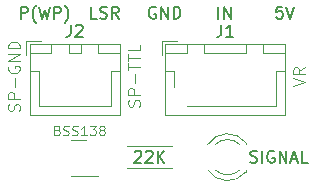
<source format=gbr>
%TF.GenerationSoftware,KiCad,Pcbnew,8.0.1*%
%TF.CreationDate,2024-05-01T10:03:54+09:00*%
%TF.ProjectId,LaserControlConnector,4c617365-7243-46f6-9e74-726f6c436f6e,rev?*%
%TF.SameCoordinates,Original*%
%TF.FileFunction,Legend,Top*%
%TF.FilePolarity,Positive*%
%FSLAX46Y46*%
G04 Gerber Fmt 4.6, Leading zero omitted, Abs format (unit mm)*
G04 Created by KiCad (PCBNEW 8.0.1) date 2024-05-01 10:03:54*
%MOMM*%
%LPD*%
G01*
G04 APERTURE LIST*
%ADD10C,0.150000*%
%ADD11C,0.100000*%
%ADD12C,0.120000*%
G04 APERTURE END LIST*
D10*
X152209523Y-83274819D02*
X151733333Y-83274819D01*
X151733333Y-83274819D02*
X151685714Y-83751009D01*
X151685714Y-83751009D02*
X151733333Y-83703390D01*
X151733333Y-83703390D02*
X151828571Y-83655771D01*
X151828571Y-83655771D02*
X152066666Y-83655771D01*
X152066666Y-83655771D02*
X152161904Y-83703390D01*
X152161904Y-83703390D02*
X152209523Y-83751009D01*
X152209523Y-83751009D02*
X152257142Y-83846247D01*
X152257142Y-83846247D02*
X152257142Y-84084342D01*
X152257142Y-84084342D02*
X152209523Y-84179580D01*
X152209523Y-84179580D02*
X152161904Y-84227200D01*
X152161904Y-84227200D02*
X152066666Y-84274819D01*
X152066666Y-84274819D02*
X151828571Y-84274819D01*
X151828571Y-84274819D02*
X151733333Y-84227200D01*
X151733333Y-84227200D02*
X151685714Y-84179580D01*
X152542857Y-83274819D02*
X152876190Y-84274819D01*
X152876190Y-84274819D02*
X153209523Y-83274819D01*
D11*
X140109800Y-91725428D02*
X140157419Y-91582571D01*
X140157419Y-91582571D02*
X140157419Y-91344476D01*
X140157419Y-91344476D02*
X140109800Y-91249238D01*
X140109800Y-91249238D02*
X140062180Y-91201619D01*
X140062180Y-91201619D02*
X139966942Y-91154000D01*
X139966942Y-91154000D02*
X139871704Y-91154000D01*
X139871704Y-91154000D02*
X139776466Y-91201619D01*
X139776466Y-91201619D02*
X139728847Y-91249238D01*
X139728847Y-91249238D02*
X139681228Y-91344476D01*
X139681228Y-91344476D02*
X139633609Y-91534952D01*
X139633609Y-91534952D02*
X139585990Y-91630190D01*
X139585990Y-91630190D02*
X139538371Y-91677809D01*
X139538371Y-91677809D02*
X139443133Y-91725428D01*
X139443133Y-91725428D02*
X139347895Y-91725428D01*
X139347895Y-91725428D02*
X139252657Y-91677809D01*
X139252657Y-91677809D02*
X139205038Y-91630190D01*
X139205038Y-91630190D02*
X139157419Y-91534952D01*
X139157419Y-91534952D02*
X139157419Y-91296857D01*
X139157419Y-91296857D02*
X139205038Y-91154000D01*
X140157419Y-90725428D02*
X139157419Y-90725428D01*
X139157419Y-90725428D02*
X139157419Y-90344476D01*
X139157419Y-90344476D02*
X139205038Y-90249238D01*
X139205038Y-90249238D02*
X139252657Y-90201619D01*
X139252657Y-90201619D02*
X139347895Y-90154000D01*
X139347895Y-90154000D02*
X139490752Y-90154000D01*
X139490752Y-90154000D02*
X139585990Y-90201619D01*
X139585990Y-90201619D02*
X139633609Y-90249238D01*
X139633609Y-90249238D02*
X139681228Y-90344476D01*
X139681228Y-90344476D02*
X139681228Y-90725428D01*
X139776466Y-89725428D02*
X139776466Y-88963524D01*
X139157419Y-88630190D02*
X139157419Y-88058762D01*
X140157419Y-88344476D02*
X139157419Y-88344476D01*
X139157419Y-87868285D02*
X139157419Y-87296857D01*
X140157419Y-87582571D02*
X139157419Y-87582571D01*
X140157419Y-86487333D02*
X140157419Y-86963523D01*
X140157419Y-86963523D02*
X139157419Y-86963523D01*
D10*
X146796191Y-84274819D02*
X146796191Y-83274819D01*
X147272381Y-84274819D02*
X147272381Y-83274819D01*
X147272381Y-83274819D02*
X147843809Y-84274819D01*
X147843809Y-84274819D02*
X147843809Y-83274819D01*
X141478095Y-83322438D02*
X141382857Y-83274819D01*
X141382857Y-83274819D02*
X141240000Y-83274819D01*
X141240000Y-83274819D02*
X141097143Y-83322438D01*
X141097143Y-83322438D02*
X141001905Y-83417676D01*
X141001905Y-83417676D02*
X140954286Y-83512914D01*
X140954286Y-83512914D02*
X140906667Y-83703390D01*
X140906667Y-83703390D02*
X140906667Y-83846247D01*
X140906667Y-83846247D02*
X140954286Y-84036723D01*
X140954286Y-84036723D02*
X141001905Y-84131961D01*
X141001905Y-84131961D02*
X141097143Y-84227200D01*
X141097143Y-84227200D02*
X141240000Y-84274819D01*
X141240000Y-84274819D02*
X141335238Y-84274819D01*
X141335238Y-84274819D02*
X141478095Y-84227200D01*
X141478095Y-84227200D02*
X141525714Y-84179580D01*
X141525714Y-84179580D02*
X141525714Y-83846247D01*
X141525714Y-83846247D02*
X141335238Y-83846247D01*
X141954286Y-84274819D02*
X141954286Y-83274819D01*
X141954286Y-83274819D02*
X142525714Y-84274819D01*
X142525714Y-84274819D02*
X142525714Y-83274819D01*
X143001905Y-84274819D02*
X143001905Y-83274819D01*
X143001905Y-83274819D02*
X143240000Y-83274819D01*
X143240000Y-83274819D02*
X143382857Y-83322438D01*
X143382857Y-83322438D02*
X143478095Y-83417676D01*
X143478095Y-83417676D02*
X143525714Y-83512914D01*
X143525714Y-83512914D02*
X143573333Y-83703390D01*
X143573333Y-83703390D02*
X143573333Y-83846247D01*
X143573333Y-83846247D02*
X143525714Y-84036723D01*
X143525714Y-84036723D02*
X143478095Y-84131961D01*
X143478095Y-84131961D02*
X143382857Y-84227200D01*
X143382857Y-84227200D02*
X143240000Y-84274819D01*
X143240000Y-84274819D02*
X143001905Y-84274819D01*
D11*
X129949800Y-92082570D02*
X129997419Y-91939713D01*
X129997419Y-91939713D02*
X129997419Y-91701618D01*
X129997419Y-91701618D02*
X129949800Y-91606380D01*
X129949800Y-91606380D02*
X129902180Y-91558761D01*
X129902180Y-91558761D02*
X129806942Y-91511142D01*
X129806942Y-91511142D02*
X129711704Y-91511142D01*
X129711704Y-91511142D02*
X129616466Y-91558761D01*
X129616466Y-91558761D02*
X129568847Y-91606380D01*
X129568847Y-91606380D02*
X129521228Y-91701618D01*
X129521228Y-91701618D02*
X129473609Y-91892094D01*
X129473609Y-91892094D02*
X129425990Y-91987332D01*
X129425990Y-91987332D02*
X129378371Y-92034951D01*
X129378371Y-92034951D02*
X129283133Y-92082570D01*
X129283133Y-92082570D02*
X129187895Y-92082570D01*
X129187895Y-92082570D02*
X129092657Y-92034951D01*
X129092657Y-92034951D02*
X129045038Y-91987332D01*
X129045038Y-91987332D02*
X128997419Y-91892094D01*
X128997419Y-91892094D02*
X128997419Y-91653999D01*
X128997419Y-91653999D02*
X129045038Y-91511142D01*
X129997419Y-91082570D02*
X128997419Y-91082570D01*
X128997419Y-91082570D02*
X128997419Y-90701618D01*
X128997419Y-90701618D02*
X129045038Y-90606380D01*
X129045038Y-90606380D02*
X129092657Y-90558761D01*
X129092657Y-90558761D02*
X129187895Y-90511142D01*
X129187895Y-90511142D02*
X129330752Y-90511142D01*
X129330752Y-90511142D02*
X129425990Y-90558761D01*
X129425990Y-90558761D02*
X129473609Y-90606380D01*
X129473609Y-90606380D02*
X129521228Y-90701618D01*
X129521228Y-90701618D02*
X129521228Y-91082570D01*
X129616466Y-90082570D02*
X129616466Y-89320666D01*
X129045038Y-88320666D02*
X128997419Y-88415904D01*
X128997419Y-88415904D02*
X128997419Y-88558761D01*
X128997419Y-88558761D02*
X129045038Y-88701618D01*
X129045038Y-88701618D02*
X129140276Y-88796856D01*
X129140276Y-88796856D02*
X129235514Y-88844475D01*
X129235514Y-88844475D02*
X129425990Y-88892094D01*
X129425990Y-88892094D02*
X129568847Y-88892094D01*
X129568847Y-88892094D02*
X129759323Y-88844475D01*
X129759323Y-88844475D02*
X129854561Y-88796856D01*
X129854561Y-88796856D02*
X129949800Y-88701618D01*
X129949800Y-88701618D02*
X129997419Y-88558761D01*
X129997419Y-88558761D02*
X129997419Y-88463523D01*
X129997419Y-88463523D02*
X129949800Y-88320666D01*
X129949800Y-88320666D02*
X129902180Y-88273047D01*
X129902180Y-88273047D02*
X129568847Y-88273047D01*
X129568847Y-88273047D02*
X129568847Y-88463523D01*
X129997419Y-87844475D02*
X128997419Y-87844475D01*
X128997419Y-87844475D02*
X129997419Y-87273047D01*
X129997419Y-87273047D02*
X128997419Y-87273047D01*
X129997419Y-86796856D02*
X128997419Y-86796856D01*
X128997419Y-86796856D02*
X128997419Y-86558761D01*
X128997419Y-86558761D02*
X129045038Y-86415904D01*
X129045038Y-86415904D02*
X129140276Y-86320666D01*
X129140276Y-86320666D02*
X129235514Y-86273047D01*
X129235514Y-86273047D02*
X129425990Y-86225428D01*
X129425990Y-86225428D02*
X129568847Y-86225428D01*
X129568847Y-86225428D02*
X129759323Y-86273047D01*
X129759323Y-86273047D02*
X129854561Y-86320666D01*
X129854561Y-86320666D02*
X129949800Y-86415904D01*
X129949800Y-86415904D02*
X129997419Y-86558761D01*
X129997419Y-86558761D02*
X129997419Y-86796856D01*
X153127419Y-89987332D02*
X154127419Y-89653999D01*
X154127419Y-89653999D02*
X153127419Y-89320666D01*
X154127419Y-88415904D02*
X153651228Y-88749237D01*
X154127419Y-88987332D02*
X153127419Y-88987332D01*
X153127419Y-88987332D02*
X153127419Y-88606380D01*
X153127419Y-88606380D02*
X153175038Y-88511142D01*
X153175038Y-88511142D02*
X153222657Y-88463523D01*
X153222657Y-88463523D02*
X153317895Y-88415904D01*
X153317895Y-88415904D02*
X153460752Y-88415904D01*
X153460752Y-88415904D02*
X153555990Y-88463523D01*
X153555990Y-88463523D02*
X153603609Y-88511142D01*
X153603609Y-88511142D02*
X153651228Y-88606380D01*
X153651228Y-88606380D02*
X153651228Y-88987332D01*
D10*
X130080000Y-84274819D02*
X130080000Y-83274819D01*
X130080000Y-83274819D02*
X130460952Y-83274819D01*
X130460952Y-83274819D02*
X130556190Y-83322438D01*
X130556190Y-83322438D02*
X130603809Y-83370057D01*
X130603809Y-83370057D02*
X130651428Y-83465295D01*
X130651428Y-83465295D02*
X130651428Y-83608152D01*
X130651428Y-83608152D02*
X130603809Y-83703390D01*
X130603809Y-83703390D02*
X130556190Y-83751009D01*
X130556190Y-83751009D02*
X130460952Y-83798628D01*
X130460952Y-83798628D02*
X130080000Y-83798628D01*
X131365714Y-84655771D02*
X131318095Y-84608152D01*
X131318095Y-84608152D02*
X131222857Y-84465295D01*
X131222857Y-84465295D02*
X131175238Y-84370057D01*
X131175238Y-84370057D02*
X131127619Y-84227200D01*
X131127619Y-84227200D02*
X131080000Y-83989104D01*
X131080000Y-83989104D02*
X131080000Y-83798628D01*
X131080000Y-83798628D02*
X131127619Y-83560533D01*
X131127619Y-83560533D02*
X131175238Y-83417676D01*
X131175238Y-83417676D02*
X131222857Y-83322438D01*
X131222857Y-83322438D02*
X131318095Y-83179580D01*
X131318095Y-83179580D02*
X131365714Y-83131961D01*
X131651429Y-83274819D02*
X131889524Y-84274819D01*
X131889524Y-84274819D02*
X132080000Y-83560533D01*
X132080000Y-83560533D02*
X132270476Y-84274819D01*
X132270476Y-84274819D02*
X132508572Y-83274819D01*
X132889524Y-84274819D02*
X132889524Y-83274819D01*
X132889524Y-83274819D02*
X133270476Y-83274819D01*
X133270476Y-83274819D02*
X133365714Y-83322438D01*
X133365714Y-83322438D02*
X133413333Y-83370057D01*
X133413333Y-83370057D02*
X133460952Y-83465295D01*
X133460952Y-83465295D02*
X133460952Y-83608152D01*
X133460952Y-83608152D02*
X133413333Y-83703390D01*
X133413333Y-83703390D02*
X133365714Y-83751009D01*
X133365714Y-83751009D02*
X133270476Y-83798628D01*
X133270476Y-83798628D02*
X132889524Y-83798628D01*
X133794286Y-84655771D02*
X133841905Y-84608152D01*
X133841905Y-84608152D02*
X133937143Y-84465295D01*
X133937143Y-84465295D02*
X133984762Y-84370057D01*
X133984762Y-84370057D02*
X134032381Y-84227200D01*
X134032381Y-84227200D02*
X134080000Y-83989104D01*
X134080000Y-83989104D02*
X134080000Y-83798628D01*
X134080000Y-83798628D02*
X134032381Y-83560533D01*
X134032381Y-83560533D02*
X133984762Y-83417676D01*
X133984762Y-83417676D02*
X133937143Y-83322438D01*
X133937143Y-83322438D02*
X133841905Y-83179580D01*
X133841905Y-83179580D02*
X133794286Y-83131961D01*
X136493333Y-84274819D02*
X136017143Y-84274819D01*
X136017143Y-84274819D02*
X136017143Y-83274819D01*
X136779048Y-84227200D02*
X136921905Y-84274819D01*
X136921905Y-84274819D02*
X137160000Y-84274819D01*
X137160000Y-84274819D02*
X137255238Y-84227200D01*
X137255238Y-84227200D02*
X137302857Y-84179580D01*
X137302857Y-84179580D02*
X137350476Y-84084342D01*
X137350476Y-84084342D02*
X137350476Y-83989104D01*
X137350476Y-83989104D02*
X137302857Y-83893866D01*
X137302857Y-83893866D02*
X137255238Y-83846247D01*
X137255238Y-83846247D02*
X137160000Y-83798628D01*
X137160000Y-83798628D02*
X136969524Y-83751009D01*
X136969524Y-83751009D02*
X136874286Y-83703390D01*
X136874286Y-83703390D02*
X136826667Y-83655771D01*
X136826667Y-83655771D02*
X136779048Y-83560533D01*
X136779048Y-83560533D02*
X136779048Y-83465295D01*
X136779048Y-83465295D02*
X136826667Y-83370057D01*
X136826667Y-83370057D02*
X136874286Y-83322438D01*
X136874286Y-83322438D02*
X136969524Y-83274819D01*
X136969524Y-83274819D02*
X137207619Y-83274819D01*
X137207619Y-83274819D02*
X137350476Y-83322438D01*
X138350476Y-84274819D02*
X138017143Y-83798628D01*
X137779048Y-84274819D02*
X137779048Y-83274819D01*
X137779048Y-83274819D02*
X138160000Y-83274819D01*
X138160000Y-83274819D02*
X138255238Y-83322438D01*
X138255238Y-83322438D02*
X138302857Y-83370057D01*
X138302857Y-83370057D02*
X138350476Y-83465295D01*
X138350476Y-83465295D02*
X138350476Y-83608152D01*
X138350476Y-83608152D02*
X138302857Y-83703390D01*
X138302857Y-83703390D02*
X138255238Y-83751009D01*
X138255238Y-83751009D02*
X138160000Y-83798628D01*
X138160000Y-83798628D02*
X137779048Y-83798628D01*
D11*
X133189431Y-93737847D02*
X133303717Y-93775942D01*
X133303717Y-93775942D02*
X133341812Y-93814038D01*
X133341812Y-93814038D02*
X133379908Y-93890228D01*
X133379908Y-93890228D02*
X133379908Y-94004514D01*
X133379908Y-94004514D02*
X133341812Y-94080704D01*
X133341812Y-94080704D02*
X133303717Y-94118800D01*
X133303717Y-94118800D02*
X133227527Y-94156895D01*
X133227527Y-94156895D02*
X132922765Y-94156895D01*
X132922765Y-94156895D02*
X132922765Y-93356895D01*
X132922765Y-93356895D02*
X133189431Y-93356895D01*
X133189431Y-93356895D02*
X133265622Y-93394990D01*
X133265622Y-93394990D02*
X133303717Y-93433085D01*
X133303717Y-93433085D02*
X133341812Y-93509276D01*
X133341812Y-93509276D02*
X133341812Y-93585466D01*
X133341812Y-93585466D02*
X133303717Y-93661657D01*
X133303717Y-93661657D02*
X133265622Y-93699752D01*
X133265622Y-93699752D02*
X133189431Y-93737847D01*
X133189431Y-93737847D02*
X132922765Y-93737847D01*
X133684669Y-94118800D02*
X133798955Y-94156895D01*
X133798955Y-94156895D02*
X133989431Y-94156895D01*
X133989431Y-94156895D02*
X134065622Y-94118800D01*
X134065622Y-94118800D02*
X134103717Y-94080704D01*
X134103717Y-94080704D02*
X134141812Y-94004514D01*
X134141812Y-94004514D02*
X134141812Y-93928323D01*
X134141812Y-93928323D02*
X134103717Y-93852133D01*
X134103717Y-93852133D02*
X134065622Y-93814038D01*
X134065622Y-93814038D02*
X133989431Y-93775942D01*
X133989431Y-93775942D02*
X133837050Y-93737847D01*
X133837050Y-93737847D02*
X133760860Y-93699752D01*
X133760860Y-93699752D02*
X133722765Y-93661657D01*
X133722765Y-93661657D02*
X133684669Y-93585466D01*
X133684669Y-93585466D02*
X133684669Y-93509276D01*
X133684669Y-93509276D02*
X133722765Y-93433085D01*
X133722765Y-93433085D02*
X133760860Y-93394990D01*
X133760860Y-93394990D02*
X133837050Y-93356895D01*
X133837050Y-93356895D02*
X134027527Y-93356895D01*
X134027527Y-93356895D02*
X134141812Y-93394990D01*
X134446574Y-94118800D02*
X134560860Y-94156895D01*
X134560860Y-94156895D02*
X134751336Y-94156895D01*
X134751336Y-94156895D02*
X134827527Y-94118800D01*
X134827527Y-94118800D02*
X134865622Y-94080704D01*
X134865622Y-94080704D02*
X134903717Y-94004514D01*
X134903717Y-94004514D02*
X134903717Y-93928323D01*
X134903717Y-93928323D02*
X134865622Y-93852133D01*
X134865622Y-93852133D02*
X134827527Y-93814038D01*
X134827527Y-93814038D02*
X134751336Y-93775942D01*
X134751336Y-93775942D02*
X134598955Y-93737847D01*
X134598955Y-93737847D02*
X134522765Y-93699752D01*
X134522765Y-93699752D02*
X134484670Y-93661657D01*
X134484670Y-93661657D02*
X134446574Y-93585466D01*
X134446574Y-93585466D02*
X134446574Y-93509276D01*
X134446574Y-93509276D02*
X134484670Y-93433085D01*
X134484670Y-93433085D02*
X134522765Y-93394990D01*
X134522765Y-93394990D02*
X134598955Y-93356895D01*
X134598955Y-93356895D02*
X134789432Y-93356895D01*
X134789432Y-93356895D02*
X134903717Y-93394990D01*
X135665622Y-94156895D02*
X135208479Y-94156895D01*
X135437051Y-94156895D02*
X135437051Y-93356895D01*
X135437051Y-93356895D02*
X135360860Y-93471180D01*
X135360860Y-93471180D02*
X135284670Y-93547371D01*
X135284670Y-93547371D02*
X135208479Y-93585466D01*
X135932289Y-93356895D02*
X136427527Y-93356895D01*
X136427527Y-93356895D02*
X136160861Y-93661657D01*
X136160861Y-93661657D02*
X136275146Y-93661657D01*
X136275146Y-93661657D02*
X136351337Y-93699752D01*
X136351337Y-93699752D02*
X136389432Y-93737847D01*
X136389432Y-93737847D02*
X136427527Y-93814038D01*
X136427527Y-93814038D02*
X136427527Y-94004514D01*
X136427527Y-94004514D02*
X136389432Y-94080704D01*
X136389432Y-94080704D02*
X136351337Y-94118800D01*
X136351337Y-94118800D02*
X136275146Y-94156895D01*
X136275146Y-94156895D02*
X136046575Y-94156895D01*
X136046575Y-94156895D02*
X135970384Y-94118800D01*
X135970384Y-94118800D02*
X135932289Y-94080704D01*
X136884670Y-93699752D02*
X136808480Y-93661657D01*
X136808480Y-93661657D02*
X136770385Y-93623561D01*
X136770385Y-93623561D02*
X136732289Y-93547371D01*
X136732289Y-93547371D02*
X136732289Y-93509276D01*
X136732289Y-93509276D02*
X136770385Y-93433085D01*
X136770385Y-93433085D02*
X136808480Y-93394990D01*
X136808480Y-93394990D02*
X136884670Y-93356895D01*
X136884670Y-93356895D02*
X137037051Y-93356895D01*
X137037051Y-93356895D02*
X137113242Y-93394990D01*
X137113242Y-93394990D02*
X137151337Y-93433085D01*
X137151337Y-93433085D02*
X137189432Y-93509276D01*
X137189432Y-93509276D02*
X137189432Y-93547371D01*
X137189432Y-93547371D02*
X137151337Y-93623561D01*
X137151337Y-93623561D02*
X137113242Y-93661657D01*
X137113242Y-93661657D02*
X137037051Y-93699752D01*
X137037051Y-93699752D02*
X136884670Y-93699752D01*
X136884670Y-93699752D02*
X136808480Y-93737847D01*
X136808480Y-93737847D02*
X136770385Y-93775942D01*
X136770385Y-93775942D02*
X136732289Y-93852133D01*
X136732289Y-93852133D02*
X136732289Y-94004514D01*
X136732289Y-94004514D02*
X136770385Y-94080704D01*
X136770385Y-94080704D02*
X136808480Y-94118800D01*
X136808480Y-94118800D02*
X136884670Y-94156895D01*
X136884670Y-94156895D02*
X137037051Y-94156895D01*
X137037051Y-94156895D02*
X137113242Y-94118800D01*
X137113242Y-94118800D02*
X137151337Y-94080704D01*
X137151337Y-94080704D02*
X137189432Y-94004514D01*
X137189432Y-94004514D02*
X137189432Y-93852133D01*
X137189432Y-93852133D02*
X137151337Y-93775942D01*
X137151337Y-93775942D02*
X137113242Y-93737847D01*
X137113242Y-93737847D02*
X137037051Y-93699752D01*
D10*
X134306666Y-84804819D02*
X134306666Y-85519104D01*
X134306666Y-85519104D02*
X134259047Y-85661961D01*
X134259047Y-85661961D02*
X134163809Y-85757200D01*
X134163809Y-85757200D02*
X134020952Y-85804819D01*
X134020952Y-85804819D02*
X133925714Y-85804819D01*
X134735238Y-84900057D02*
X134782857Y-84852438D01*
X134782857Y-84852438D02*
X134878095Y-84804819D01*
X134878095Y-84804819D02*
X135116190Y-84804819D01*
X135116190Y-84804819D02*
X135211428Y-84852438D01*
X135211428Y-84852438D02*
X135259047Y-84900057D01*
X135259047Y-84900057D02*
X135306666Y-84995295D01*
X135306666Y-84995295D02*
X135306666Y-85090533D01*
X135306666Y-85090533D02*
X135259047Y-85233390D01*
X135259047Y-85233390D02*
X134687619Y-85804819D01*
X134687619Y-85804819D02*
X135306666Y-85804819D01*
X139708095Y-95562057D02*
X139755714Y-95514438D01*
X139755714Y-95514438D02*
X139850952Y-95466819D01*
X139850952Y-95466819D02*
X140089047Y-95466819D01*
X140089047Y-95466819D02*
X140184285Y-95514438D01*
X140184285Y-95514438D02*
X140231904Y-95562057D01*
X140231904Y-95562057D02*
X140279523Y-95657295D01*
X140279523Y-95657295D02*
X140279523Y-95752533D01*
X140279523Y-95752533D02*
X140231904Y-95895390D01*
X140231904Y-95895390D02*
X139660476Y-96466819D01*
X139660476Y-96466819D02*
X140279523Y-96466819D01*
X140660476Y-95562057D02*
X140708095Y-95514438D01*
X140708095Y-95514438D02*
X140803333Y-95466819D01*
X140803333Y-95466819D02*
X141041428Y-95466819D01*
X141041428Y-95466819D02*
X141136666Y-95514438D01*
X141136666Y-95514438D02*
X141184285Y-95562057D01*
X141184285Y-95562057D02*
X141231904Y-95657295D01*
X141231904Y-95657295D02*
X141231904Y-95752533D01*
X141231904Y-95752533D02*
X141184285Y-95895390D01*
X141184285Y-95895390D02*
X140612857Y-96466819D01*
X140612857Y-96466819D02*
X141231904Y-96466819D01*
X141660476Y-96466819D02*
X141660476Y-95466819D01*
X142231904Y-96466819D02*
X141803333Y-95895390D01*
X142231904Y-95466819D02*
X141660476Y-96038247D01*
X147026666Y-84804819D02*
X147026666Y-85519104D01*
X147026666Y-85519104D02*
X146979047Y-85661961D01*
X146979047Y-85661961D02*
X146883809Y-85757200D01*
X146883809Y-85757200D02*
X146740952Y-85804819D01*
X146740952Y-85804819D02*
X146645714Y-85804819D01*
X148026666Y-85804819D02*
X147455238Y-85804819D01*
X147740952Y-85804819D02*
X147740952Y-84804819D01*
X147740952Y-84804819D02*
X147645714Y-84947676D01*
X147645714Y-84947676D02*
X147550476Y-85042914D01*
X147550476Y-85042914D02*
X147455238Y-85090533D01*
X149511048Y-96419200D02*
X149653905Y-96466819D01*
X149653905Y-96466819D02*
X149892000Y-96466819D01*
X149892000Y-96466819D02*
X149987238Y-96419200D01*
X149987238Y-96419200D02*
X150034857Y-96371580D01*
X150034857Y-96371580D02*
X150082476Y-96276342D01*
X150082476Y-96276342D02*
X150082476Y-96181104D01*
X150082476Y-96181104D02*
X150034857Y-96085866D01*
X150034857Y-96085866D02*
X149987238Y-96038247D01*
X149987238Y-96038247D02*
X149892000Y-95990628D01*
X149892000Y-95990628D02*
X149701524Y-95943009D01*
X149701524Y-95943009D02*
X149606286Y-95895390D01*
X149606286Y-95895390D02*
X149558667Y-95847771D01*
X149558667Y-95847771D02*
X149511048Y-95752533D01*
X149511048Y-95752533D02*
X149511048Y-95657295D01*
X149511048Y-95657295D02*
X149558667Y-95562057D01*
X149558667Y-95562057D02*
X149606286Y-95514438D01*
X149606286Y-95514438D02*
X149701524Y-95466819D01*
X149701524Y-95466819D02*
X149939619Y-95466819D01*
X149939619Y-95466819D02*
X150082476Y-95514438D01*
X150511048Y-96466819D02*
X150511048Y-95466819D01*
X151511047Y-95514438D02*
X151415809Y-95466819D01*
X151415809Y-95466819D02*
X151272952Y-95466819D01*
X151272952Y-95466819D02*
X151130095Y-95514438D01*
X151130095Y-95514438D02*
X151034857Y-95609676D01*
X151034857Y-95609676D02*
X150987238Y-95704914D01*
X150987238Y-95704914D02*
X150939619Y-95895390D01*
X150939619Y-95895390D02*
X150939619Y-96038247D01*
X150939619Y-96038247D02*
X150987238Y-96228723D01*
X150987238Y-96228723D02*
X151034857Y-96323961D01*
X151034857Y-96323961D02*
X151130095Y-96419200D01*
X151130095Y-96419200D02*
X151272952Y-96466819D01*
X151272952Y-96466819D02*
X151368190Y-96466819D01*
X151368190Y-96466819D02*
X151511047Y-96419200D01*
X151511047Y-96419200D02*
X151558666Y-96371580D01*
X151558666Y-96371580D02*
X151558666Y-96038247D01*
X151558666Y-96038247D02*
X151368190Y-96038247D01*
X151987238Y-96466819D02*
X151987238Y-95466819D01*
X151987238Y-95466819D02*
X152558666Y-96466819D01*
X152558666Y-96466819D02*
X152558666Y-95466819D01*
X152987238Y-96181104D02*
X153463428Y-96181104D01*
X152892000Y-96466819D02*
X153225333Y-95466819D01*
X153225333Y-95466819D02*
X153558666Y-96466819D01*
X154368190Y-96466819D02*
X153892000Y-96466819D01*
X153892000Y-96466819D02*
X153892000Y-95466819D01*
D12*
%TO.C,Q2*%
X134952500Y-94518000D02*
X134302500Y-94518000D01*
X134952500Y-94518000D02*
X135602500Y-94518000D01*
X134952500Y-97638000D02*
X134302500Y-97638000D01*
X134952500Y-97638000D02*
X136627500Y-97638000D01*
%TO.C,J2*%
X130540000Y-86150000D02*
X130540000Y-87400000D01*
X130830000Y-86440000D02*
X130830000Y-92410000D01*
X130830000Y-92410000D02*
X138450000Y-92410000D01*
X130840000Y-86450000D02*
X130840000Y-87200000D01*
X130840000Y-87200000D02*
X132640000Y-87200000D01*
X130840000Y-88700000D02*
X131590000Y-88700000D01*
X131590000Y-88700000D02*
X131590000Y-91650000D01*
X131590000Y-91650000D02*
X134640000Y-91650000D01*
X131790000Y-86150000D02*
X130540000Y-86150000D01*
X132640000Y-86450000D02*
X130840000Y-86450000D01*
X132640000Y-87200000D02*
X132640000Y-86450000D01*
X134140000Y-86450000D02*
X134140000Y-87200000D01*
X134140000Y-87200000D02*
X135140000Y-87200000D01*
X135140000Y-86450000D02*
X134140000Y-86450000D01*
X135140000Y-87200000D02*
X135140000Y-86450000D01*
X136640000Y-86450000D02*
X136640000Y-87200000D01*
X136640000Y-87200000D02*
X138440000Y-87200000D01*
X137690000Y-88700000D02*
X137690000Y-91650000D01*
X137690000Y-91650000D02*
X134640000Y-91650000D01*
X138440000Y-86450000D02*
X136640000Y-86450000D01*
X138440000Y-87200000D02*
X138440000Y-86450000D01*
X138440000Y-88700000D02*
X137690000Y-88700000D01*
X138450000Y-86440000D02*
X130830000Y-86440000D01*
X138450000Y-92410000D02*
X138450000Y-86440000D01*
%TO.C,R3*%
X139050000Y-95092000D02*
X142890000Y-95092000D01*
X139050000Y-96932000D02*
X142890000Y-96932000D01*
%TO.C,J1*%
X142010000Y-86150000D02*
X142010000Y-87400000D01*
X142300000Y-86440000D02*
X142300000Y-92410000D01*
X142300000Y-92410000D02*
X152420000Y-92410000D01*
X142310000Y-86450000D02*
X142310000Y-87200000D01*
X142310000Y-87200000D02*
X144110000Y-87200000D01*
X142310000Y-88700000D02*
X143060000Y-88700000D01*
X143060000Y-88700000D02*
X143060000Y-90040000D01*
X143260000Y-86150000D02*
X142010000Y-86150000D01*
X144110000Y-86450000D02*
X142310000Y-86450000D01*
X144110000Y-87200000D02*
X144110000Y-86450000D01*
X145610000Y-86450000D02*
X145610000Y-87200000D01*
X145610000Y-87200000D02*
X149110000Y-87200000D01*
X147360000Y-91650000D02*
X144120000Y-91650000D01*
X149110000Y-86450000D02*
X145610000Y-86450000D01*
X149110000Y-87200000D02*
X149110000Y-86450000D01*
X150610000Y-86450000D02*
X150610000Y-87200000D01*
X150610000Y-87200000D02*
X152410000Y-87200000D01*
X151660000Y-88700000D02*
X151660000Y-91650000D01*
X151660000Y-91650000D02*
X147360000Y-91650000D01*
X152410000Y-86450000D02*
X150610000Y-86450000D01*
X152410000Y-87200000D02*
X152410000Y-86450000D01*
X152410000Y-88700000D02*
X151660000Y-88700000D01*
X152420000Y-86440000D02*
X142300000Y-86440000D01*
X152420000Y-92410000D02*
X152420000Y-86440000D01*
%TO.C,D2*%
X149134000Y-94932000D02*
X149134000Y-94776000D01*
X149134000Y-97248000D02*
X149134000Y-97092000D01*
X145901666Y-94933392D02*
G75*
G02*
X149133999Y-94776485I1672334J-1078608D01*
G01*
X146532871Y-94932164D02*
G75*
G02*
X148614960Y-94932001I1041129J-1079836D01*
G01*
X148614960Y-97091999D02*
G75*
G02*
X146532871Y-97091836I-1040960J1079999D01*
G01*
X149133999Y-97247515D02*
G75*
G02*
X145901666Y-97090608I-1559999J1235515D01*
G01*
%TD*%
M02*

</source>
